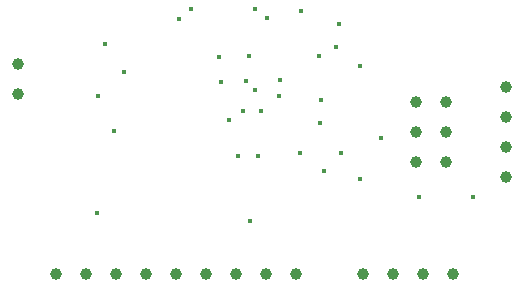
<source format=gbr>
%TF.GenerationSoftware,KiCad,Pcbnew,8.0.7*%
%TF.CreationDate,2025-02-10T19:55:48+01:00*%
%TF.ProjectId,0004-MCU-Datalogger,30303034-2d4d-4435-952d-446174616c6f,1*%
%TF.SameCoordinates,Original*%
%TF.FileFunction,Plated,1,2,PTH,Drill*%
%TF.FilePolarity,Positive*%
%FSLAX46Y46*%
G04 Gerber Fmt 4.6, Leading zero omitted, Abs format (unit mm)*
G04 Created by KiCad (PCBNEW 8.0.7) date 2025-02-10 19:55:48*
%MOMM*%
%LPD*%
G01*
G04 APERTURE LIST*
%TA.AperFunction,ViaDrill*%
%ADD10C,0.400000*%
%TD*%
%TA.AperFunction,ComponentDrill*%
%ADD11C,1.000000*%
%TD*%
G04 APERTURE END LIST*
D10*
X131084068Y-80515000D03*
X131216400Y-70665000D03*
X131826000Y-66192400D03*
X132537200Y-73609200D03*
X133400800Y-68605000D03*
X138074400Y-64109600D03*
X139090400Y-63246000D03*
X141408199Y-67313199D03*
X141579600Y-69425000D03*
X142290800Y-72685000D03*
X143020001Y-75683304D03*
X143510000Y-71882000D03*
X143694740Y-69383575D03*
X143967200Y-67208400D03*
X144068800Y-81229200D03*
X144526000Y-63246000D03*
X144526000Y-70104000D03*
X144729200Y-75700000D03*
X145029347Y-71886653D03*
X145542000Y-64025000D03*
X146558000Y-70612000D03*
X146621000Y-69240400D03*
X148285200Y-75475000D03*
X148386800Y-63437000D03*
X149906147Y-67254547D03*
X150012400Y-72898000D03*
X150063200Y-70975000D03*
X150368000Y-76962000D03*
X151333200Y-66446400D03*
X151638000Y-64516000D03*
X151791300Y-75475001D03*
X153365200Y-68079547D03*
X153365200Y-77687000D03*
X155194000Y-74168000D03*
X158394400Y-79146400D03*
X162915600Y-79146400D03*
D11*
%TO.C,BT1*%
X124460000Y-67945000D03*
X124460000Y-70485000D03*
%TO.C,J3*%
X127645000Y-85725000D03*
X130185000Y-85725000D03*
X132725000Y-85725000D03*
X135265000Y-85725000D03*
X137805000Y-85725000D03*
X140345000Y-85725000D03*
X142885000Y-85725000D03*
X145425000Y-85725000D03*
X147965000Y-85725000D03*
%TO.C,J2*%
X153670000Y-85725000D03*
X156210000Y-85725000D03*
%TO.C,J4*%
X158115000Y-71105000D03*
X158115000Y-73645000D03*
X158115000Y-76185000D03*
%TO.C,J2*%
X158750000Y-85725000D03*
%TO.C,J4*%
X160655000Y-71105000D03*
X160655000Y-73645000D03*
X160655000Y-76185000D03*
%TO.C,J2*%
X161290000Y-85725000D03*
%TO.C,J1*%
X165735000Y-69850000D03*
X165735000Y-72390000D03*
X165735000Y-74930000D03*
X165735000Y-77470000D03*
M02*

</source>
